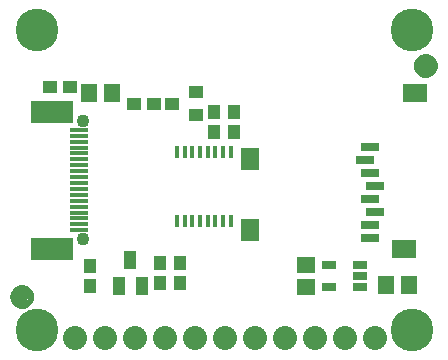
<source format=gbr>
G04 EAGLE Gerber RS-274X export*
G75*
%MOMM*%
%FSLAX34Y34*%
%LPD*%
%INSoldermask Top*%
%IPPOS*%
%AMOC8*
5,1,8,0,0,1.08239X$1,22.5*%
G01*
%ADD10R,2.001600X1.501600*%
%ADD11R,1.501600X1.901600*%
%ADD12R,1.601600X0.801600*%
%ADD13R,1.301600X0.651600*%
%ADD14R,1.341600X1.601600*%
%ADD15R,1.601600X1.341600*%
%ADD16C,1.101600*%
%ADD17C,0.469900*%
%ADD18C,3.617600*%
%ADD19R,1.101600X1.176600*%
%ADD20R,1.301600X1.101600*%
%ADD21R,1.176600X1.101600*%
%ADD22R,0.406400X1.092200*%
%ADD23R,1.101600X1.501600*%
%ADD24R,1.501600X0.351600*%
%ADD25R,3.601600X1.901600*%
%ADD26C,2.032000*%


D10*
X336060Y94170D03*
X345060Y226170D03*
D11*
X205060Y110170D03*
X205060Y170170D03*
D12*
X307060Y103170D03*
X307060Y114170D03*
X311060Y125170D03*
X307060Y136170D03*
X311060Y147170D03*
X307060Y158170D03*
X303060Y169170D03*
X307060Y180170D03*
D13*
X298750Y61620D03*
X298750Y71120D03*
X298750Y80620D03*
X272750Y80620D03*
X272750Y61620D03*
D14*
X320700Y63500D03*
X339700Y63500D03*
X69240Y226060D03*
X88240Y226060D03*
D15*
X252730Y61620D03*
X252730Y80620D03*
D16*
X354330Y248920D03*
D17*
X361830Y248920D02*
X361828Y249101D01*
X361821Y249282D01*
X361810Y249463D01*
X361795Y249644D01*
X361775Y249824D01*
X361751Y250004D01*
X361723Y250183D01*
X361690Y250361D01*
X361653Y250538D01*
X361612Y250715D01*
X361567Y250890D01*
X361517Y251065D01*
X361463Y251238D01*
X361405Y251409D01*
X361343Y251580D01*
X361276Y251748D01*
X361206Y251915D01*
X361132Y252081D01*
X361053Y252244D01*
X360971Y252405D01*
X360885Y252565D01*
X360795Y252722D01*
X360701Y252877D01*
X360604Y253030D01*
X360502Y253180D01*
X360398Y253328D01*
X360289Y253474D01*
X360178Y253616D01*
X360062Y253756D01*
X359944Y253893D01*
X359822Y254028D01*
X359697Y254159D01*
X359569Y254287D01*
X359438Y254412D01*
X359303Y254534D01*
X359166Y254652D01*
X359026Y254768D01*
X358884Y254879D01*
X358738Y254988D01*
X358590Y255092D01*
X358440Y255194D01*
X358287Y255291D01*
X358132Y255385D01*
X357975Y255475D01*
X357815Y255561D01*
X357654Y255643D01*
X357491Y255722D01*
X357325Y255796D01*
X357158Y255866D01*
X356990Y255933D01*
X356819Y255995D01*
X356648Y256053D01*
X356475Y256107D01*
X356300Y256157D01*
X356125Y256202D01*
X355948Y256243D01*
X355771Y256280D01*
X355593Y256313D01*
X355414Y256341D01*
X355234Y256365D01*
X355054Y256385D01*
X354873Y256400D01*
X354692Y256411D01*
X354511Y256418D01*
X354330Y256420D01*
X361830Y248920D02*
X361828Y248739D01*
X361821Y248558D01*
X361810Y248377D01*
X361795Y248196D01*
X361775Y248016D01*
X361751Y247836D01*
X361723Y247657D01*
X361690Y247479D01*
X361653Y247302D01*
X361612Y247125D01*
X361567Y246950D01*
X361517Y246775D01*
X361463Y246602D01*
X361405Y246431D01*
X361343Y246260D01*
X361276Y246092D01*
X361206Y245925D01*
X361132Y245759D01*
X361053Y245596D01*
X360971Y245435D01*
X360885Y245275D01*
X360795Y245118D01*
X360701Y244963D01*
X360604Y244810D01*
X360502Y244660D01*
X360398Y244512D01*
X360289Y244366D01*
X360178Y244224D01*
X360062Y244084D01*
X359944Y243947D01*
X359822Y243812D01*
X359697Y243681D01*
X359569Y243553D01*
X359438Y243428D01*
X359303Y243306D01*
X359166Y243188D01*
X359026Y243072D01*
X358884Y242961D01*
X358738Y242852D01*
X358590Y242748D01*
X358440Y242646D01*
X358287Y242549D01*
X358132Y242455D01*
X357975Y242365D01*
X357815Y242279D01*
X357654Y242197D01*
X357491Y242118D01*
X357325Y242044D01*
X357158Y241974D01*
X356990Y241907D01*
X356819Y241845D01*
X356648Y241787D01*
X356475Y241733D01*
X356300Y241683D01*
X356125Y241638D01*
X355948Y241597D01*
X355771Y241560D01*
X355593Y241527D01*
X355414Y241499D01*
X355234Y241475D01*
X355054Y241455D01*
X354873Y241440D01*
X354692Y241429D01*
X354511Y241422D01*
X354330Y241420D01*
X354149Y241422D01*
X353968Y241429D01*
X353787Y241440D01*
X353606Y241455D01*
X353426Y241475D01*
X353246Y241499D01*
X353067Y241527D01*
X352889Y241560D01*
X352712Y241597D01*
X352535Y241638D01*
X352360Y241683D01*
X352185Y241733D01*
X352012Y241787D01*
X351841Y241845D01*
X351670Y241907D01*
X351502Y241974D01*
X351335Y242044D01*
X351169Y242118D01*
X351006Y242197D01*
X350845Y242279D01*
X350685Y242365D01*
X350528Y242455D01*
X350373Y242549D01*
X350220Y242646D01*
X350070Y242748D01*
X349922Y242852D01*
X349776Y242961D01*
X349634Y243072D01*
X349494Y243188D01*
X349357Y243306D01*
X349222Y243428D01*
X349091Y243553D01*
X348963Y243681D01*
X348838Y243812D01*
X348716Y243947D01*
X348598Y244084D01*
X348482Y244224D01*
X348371Y244366D01*
X348262Y244512D01*
X348158Y244660D01*
X348056Y244810D01*
X347959Y244963D01*
X347865Y245118D01*
X347775Y245275D01*
X347689Y245435D01*
X347607Y245596D01*
X347528Y245759D01*
X347454Y245925D01*
X347384Y246092D01*
X347317Y246260D01*
X347255Y246431D01*
X347197Y246602D01*
X347143Y246775D01*
X347093Y246950D01*
X347048Y247125D01*
X347007Y247302D01*
X346970Y247479D01*
X346937Y247657D01*
X346909Y247836D01*
X346885Y248016D01*
X346865Y248196D01*
X346850Y248377D01*
X346839Y248558D01*
X346832Y248739D01*
X346830Y248920D01*
X346832Y249101D01*
X346839Y249282D01*
X346850Y249463D01*
X346865Y249644D01*
X346885Y249824D01*
X346909Y250004D01*
X346937Y250183D01*
X346970Y250361D01*
X347007Y250538D01*
X347048Y250715D01*
X347093Y250890D01*
X347143Y251065D01*
X347197Y251238D01*
X347255Y251409D01*
X347317Y251580D01*
X347384Y251748D01*
X347454Y251915D01*
X347528Y252081D01*
X347607Y252244D01*
X347689Y252405D01*
X347775Y252565D01*
X347865Y252722D01*
X347959Y252877D01*
X348056Y253030D01*
X348158Y253180D01*
X348262Y253328D01*
X348371Y253474D01*
X348482Y253616D01*
X348598Y253756D01*
X348716Y253893D01*
X348838Y254028D01*
X348963Y254159D01*
X349091Y254287D01*
X349222Y254412D01*
X349357Y254534D01*
X349494Y254652D01*
X349634Y254768D01*
X349776Y254879D01*
X349922Y254988D01*
X350070Y255092D01*
X350220Y255194D01*
X350373Y255291D01*
X350528Y255385D01*
X350685Y255475D01*
X350845Y255561D01*
X351006Y255643D01*
X351169Y255722D01*
X351335Y255796D01*
X351502Y255866D01*
X351670Y255933D01*
X351841Y255995D01*
X352012Y256053D01*
X352185Y256107D01*
X352360Y256157D01*
X352535Y256202D01*
X352712Y256243D01*
X352889Y256280D01*
X353067Y256313D01*
X353246Y256341D01*
X353426Y256365D01*
X353606Y256385D01*
X353787Y256400D01*
X353968Y256411D01*
X354149Y256418D01*
X354330Y256420D01*
D16*
X12700Y53340D03*
D17*
X12700Y60840D02*
X12519Y60838D01*
X12338Y60831D01*
X12157Y60820D01*
X11976Y60805D01*
X11796Y60785D01*
X11616Y60761D01*
X11437Y60733D01*
X11259Y60700D01*
X11082Y60663D01*
X10905Y60622D01*
X10730Y60577D01*
X10555Y60527D01*
X10382Y60473D01*
X10211Y60415D01*
X10040Y60353D01*
X9872Y60286D01*
X9705Y60216D01*
X9539Y60142D01*
X9376Y60063D01*
X9215Y59981D01*
X9055Y59895D01*
X8898Y59805D01*
X8743Y59711D01*
X8590Y59614D01*
X8440Y59512D01*
X8292Y59408D01*
X8146Y59299D01*
X8004Y59188D01*
X7864Y59072D01*
X7727Y58954D01*
X7592Y58832D01*
X7461Y58707D01*
X7333Y58579D01*
X7208Y58448D01*
X7086Y58313D01*
X6968Y58176D01*
X6852Y58036D01*
X6741Y57894D01*
X6632Y57748D01*
X6528Y57600D01*
X6426Y57450D01*
X6329Y57297D01*
X6235Y57142D01*
X6145Y56985D01*
X6059Y56825D01*
X5977Y56664D01*
X5898Y56501D01*
X5824Y56335D01*
X5754Y56168D01*
X5687Y56000D01*
X5625Y55829D01*
X5567Y55658D01*
X5513Y55485D01*
X5463Y55310D01*
X5418Y55135D01*
X5377Y54958D01*
X5340Y54781D01*
X5307Y54603D01*
X5279Y54424D01*
X5255Y54244D01*
X5235Y54064D01*
X5220Y53883D01*
X5209Y53702D01*
X5202Y53521D01*
X5200Y53340D01*
X12700Y60840D02*
X12881Y60838D01*
X13062Y60831D01*
X13243Y60820D01*
X13424Y60805D01*
X13604Y60785D01*
X13784Y60761D01*
X13963Y60733D01*
X14141Y60700D01*
X14318Y60663D01*
X14495Y60622D01*
X14670Y60577D01*
X14845Y60527D01*
X15018Y60473D01*
X15189Y60415D01*
X15360Y60353D01*
X15528Y60286D01*
X15695Y60216D01*
X15861Y60142D01*
X16024Y60063D01*
X16185Y59981D01*
X16345Y59895D01*
X16502Y59805D01*
X16657Y59711D01*
X16810Y59614D01*
X16960Y59512D01*
X17108Y59408D01*
X17254Y59299D01*
X17396Y59188D01*
X17536Y59072D01*
X17673Y58954D01*
X17808Y58832D01*
X17939Y58707D01*
X18067Y58579D01*
X18192Y58448D01*
X18314Y58313D01*
X18432Y58176D01*
X18548Y58036D01*
X18659Y57894D01*
X18768Y57748D01*
X18872Y57600D01*
X18974Y57450D01*
X19071Y57297D01*
X19165Y57142D01*
X19255Y56985D01*
X19341Y56825D01*
X19423Y56664D01*
X19502Y56501D01*
X19576Y56335D01*
X19646Y56168D01*
X19713Y56000D01*
X19775Y55829D01*
X19833Y55658D01*
X19887Y55485D01*
X19937Y55310D01*
X19982Y55135D01*
X20023Y54958D01*
X20060Y54781D01*
X20093Y54603D01*
X20121Y54424D01*
X20145Y54244D01*
X20165Y54064D01*
X20180Y53883D01*
X20191Y53702D01*
X20198Y53521D01*
X20200Y53340D01*
X20198Y53159D01*
X20191Y52978D01*
X20180Y52797D01*
X20165Y52616D01*
X20145Y52436D01*
X20121Y52256D01*
X20093Y52077D01*
X20060Y51899D01*
X20023Y51722D01*
X19982Y51545D01*
X19937Y51370D01*
X19887Y51195D01*
X19833Y51022D01*
X19775Y50851D01*
X19713Y50680D01*
X19646Y50512D01*
X19576Y50345D01*
X19502Y50179D01*
X19423Y50016D01*
X19341Y49855D01*
X19255Y49695D01*
X19165Y49538D01*
X19071Y49383D01*
X18974Y49230D01*
X18872Y49080D01*
X18768Y48932D01*
X18659Y48786D01*
X18548Y48644D01*
X18432Y48504D01*
X18314Y48367D01*
X18192Y48232D01*
X18067Y48101D01*
X17939Y47973D01*
X17808Y47848D01*
X17673Y47726D01*
X17536Y47608D01*
X17396Y47492D01*
X17254Y47381D01*
X17108Y47272D01*
X16960Y47168D01*
X16810Y47066D01*
X16657Y46969D01*
X16502Y46875D01*
X16345Y46785D01*
X16185Y46699D01*
X16024Y46617D01*
X15861Y46538D01*
X15695Y46464D01*
X15528Y46394D01*
X15360Y46327D01*
X15189Y46265D01*
X15018Y46207D01*
X14845Y46153D01*
X14670Y46103D01*
X14495Y46058D01*
X14318Y46017D01*
X14141Y45980D01*
X13963Y45947D01*
X13784Y45919D01*
X13604Y45895D01*
X13424Y45875D01*
X13243Y45860D01*
X13062Y45849D01*
X12881Y45842D01*
X12700Y45840D01*
X12519Y45842D01*
X12338Y45849D01*
X12157Y45860D01*
X11976Y45875D01*
X11796Y45895D01*
X11616Y45919D01*
X11437Y45947D01*
X11259Y45980D01*
X11082Y46017D01*
X10905Y46058D01*
X10730Y46103D01*
X10555Y46153D01*
X10382Y46207D01*
X10211Y46265D01*
X10040Y46327D01*
X9872Y46394D01*
X9705Y46464D01*
X9539Y46538D01*
X9376Y46617D01*
X9215Y46699D01*
X9055Y46785D01*
X8898Y46875D01*
X8743Y46969D01*
X8590Y47066D01*
X8440Y47168D01*
X8292Y47272D01*
X8146Y47381D01*
X8004Y47492D01*
X7864Y47608D01*
X7727Y47726D01*
X7592Y47848D01*
X7461Y47973D01*
X7333Y48101D01*
X7208Y48232D01*
X7086Y48367D01*
X6968Y48504D01*
X6852Y48644D01*
X6741Y48786D01*
X6632Y48932D01*
X6528Y49080D01*
X6426Y49230D01*
X6329Y49383D01*
X6235Y49538D01*
X6145Y49695D01*
X6059Y49855D01*
X5977Y50016D01*
X5898Y50179D01*
X5824Y50345D01*
X5754Y50512D01*
X5687Y50680D01*
X5625Y50851D01*
X5567Y51022D01*
X5513Y51195D01*
X5463Y51370D01*
X5418Y51545D01*
X5377Y51722D01*
X5340Y51899D01*
X5307Y52077D01*
X5279Y52256D01*
X5255Y52436D01*
X5235Y52616D01*
X5220Y52797D01*
X5209Y52978D01*
X5202Y53159D01*
X5200Y53340D01*
D18*
X342900Y279400D03*
X25400Y279400D03*
X342900Y25400D03*
X25400Y25400D03*
D19*
X175260Y210430D03*
X175260Y193430D03*
D20*
X139860Y217170D03*
X159860Y226670D03*
X159860Y207670D03*
D19*
X146050Y65160D03*
X146050Y82160D03*
X69850Y62620D03*
X69850Y79620D03*
X129540Y65160D03*
X129540Y82160D03*
D21*
X124070Y217170D03*
X107070Y217170D03*
D19*
X191770Y193430D03*
X191770Y210430D03*
D21*
X52950Y231140D03*
X35950Y231140D03*
D22*
X189120Y176498D03*
X182620Y176498D03*
X176120Y176498D03*
X169620Y176498D03*
X163120Y176498D03*
X156620Y176498D03*
X150120Y176498D03*
X143620Y176498D03*
X143620Y118142D03*
X150120Y118142D03*
X156620Y118142D03*
X163120Y118142D03*
X169620Y118142D03*
X176120Y118142D03*
X182620Y118142D03*
X189120Y118142D03*
D23*
X104140Y84660D03*
X113640Y62660D03*
X94640Y62660D03*
D16*
X64310Y102400D03*
X64310Y202400D03*
D24*
X61070Y109900D03*
X61070Y114900D03*
X61070Y119900D03*
X61070Y124900D03*
X61070Y129900D03*
X61070Y134900D03*
X61070Y139900D03*
X61070Y144900D03*
X61070Y149900D03*
X61070Y154900D03*
X61070Y159900D03*
X61070Y164900D03*
X61070Y169900D03*
X61070Y174900D03*
X61070Y179900D03*
X61070Y184900D03*
X61070Y189900D03*
X61070Y194900D03*
D25*
X38010Y210400D03*
X38010Y94400D03*
D26*
X311150Y19050D03*
X285750Y19050D03*
X260350Y19050D03*
X234950Y19050D03*
X209550Y19050D03*
X184150Y19050D03*
X158750Y19050D03*
X133350Y19050D03*
X107950Y19050D03*
X82550Y19050D03*
X57150Y19050D03*
M02*

</source>
